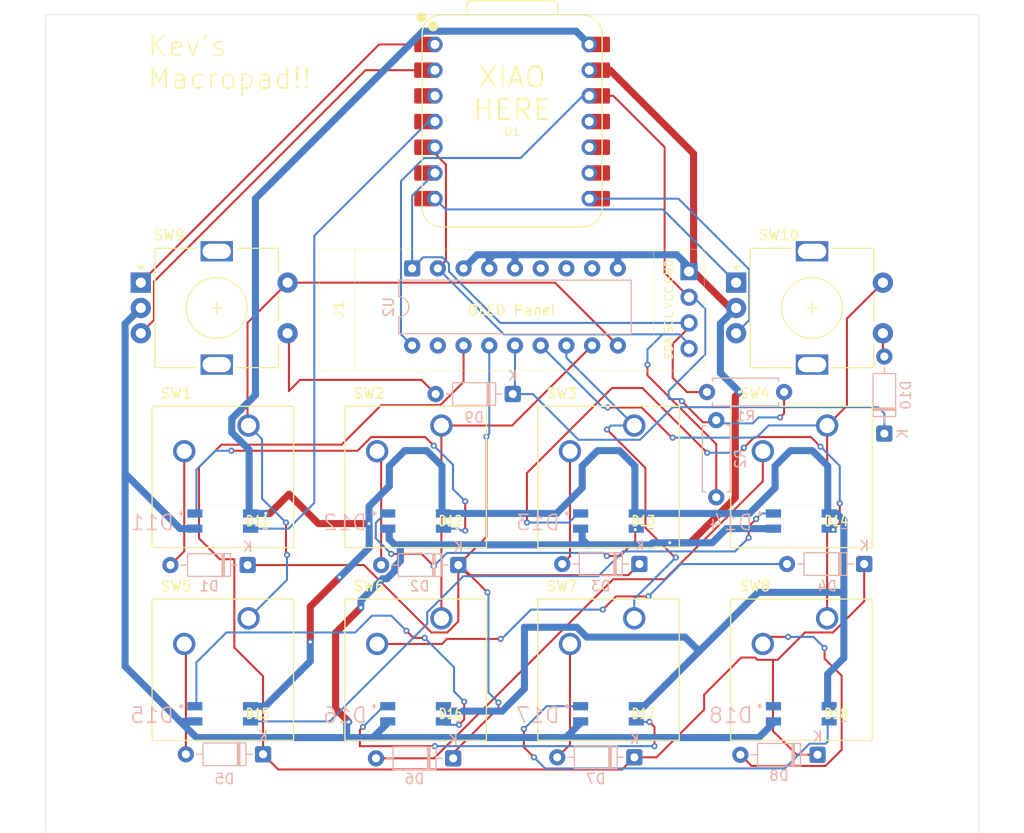
<source format=kicad_pcb>
(kicad_pcb (version 20241229) (generator "pcbnew") (generator_version "9.0")
  (layers (0 "F.Cu" signal) (2 "B.Cu" signal) (13 "F.Paste" user) (15 "B.Paste" user) (5 "F.SilkS" user "F.Silkscreen") (7 "B.SilkS" user "B.Silkscreen") (1 "F.Mask" user) (3 "B.Mask" user) (25 "Edge.Cuts" user))
  (net 0 "")
  (net 1 "Net-(D1-A)")
  (net 2 "Row 1")
  (net 3 "Net-(D2-A)")
  (net 4 "Net-(D3-A)")
  (net 5 "Net-(D4-A)")
  (net 6 "Row 2")
  (net 7 "Net-(D5-A)")
  (net 8 "Net-(D6-A)")
  (net 9 "Net-(D7-A)")
  (net 10 "Row 3")
  (net 11 "Net-(D8-A)")
  (net 12 "Net-(D9-A)")
  (net 13 "Net-(D10-A)")
  (net 14 "GND")
  (net 15 "/LED-IN")
  (net 16 "Net-(D11-DOUT)")
  (net 17 "+5V")
  (net 18 "Net-(D12-DOUT)")
  (net 19 "Net-(D13-DOUT)")
  (net 20 "/D14-15")
  (net 21 "Net-(D15-DOUT)")
  (net 22 "Net-(D16-DOUT)")
  (net 23 "Net-(D17-DOUT)")
  (net 24 "/D18-19")
  (net 25 "Net-(J1-Pin_3)")
  (net 26 "Net-(J1-Pin_4)")
  (net 27 "Net-(J1-Pin_2)")
  (net 28 "Col 1")
  (net 29 "Col 2")
  (net 30 "Col 3")
  (net 31 "/Enc1-A")
  (net 32 "/Enc1-B")
  (net 33 "/Enc2-A")
  (net 34 "/Enc2-B")
  (net 43 "Col 4")
  (footprint "MountingHole:MountingHole_3.2mm_M3" (layer "F.Cu") (at 73.035 98)
    (property "Reference" "REF**" (hide yes))
    (property "Value" "MountingHole_3.2mm_M3")
  )
  (footprint "Rotary_Encoder:RotaryEncoder_Alps_EC11E-Switch_Vertical_H20mm" (layer "F.Cu") (at 77.46 48.59)
    (property "Reference" "SW9")
    (property "Value" "RotaryEncoder_Switch")
  )
  (footprint "Button_Switch_Keyboard:SW_Cherry_MX_1.00u_PCB" (layer "F.Cu") (at 126.2 62.71)
    (property "Reference" "SW3")
    (property "Value" "SW_Push")
  )
  (footprint "Button_Switch_Keyboard:SW_Cherry_MX_1.00u_PCB" (layer "F.Cu") (at 107.15 62.71)
    (property "Reference" "SW2")
    (property "Value" "SW_Push")
  )
  (footprint "MountingHole:MountingHole_3.2mm_M3" (layer "F.Cu") (at 155.235 27.1)
    (property "Reference" "REF**" (hide yes))
    (property "Value" "MountingHole_3.2mm_M3")
  )
  (footprint "Button_Switch_Keyboard:SW_Cherry_MX_1.00u_PCB" (layer "F.Cu") (at 88.1 81.76)
    (property "Reference" "SW5")
    (property "Value" "SW_Push")
  )
  (footprint "Rotary_Encoder:RotaryEncoder_Alps_EC11E-Switch_Vertical_H20mm" (layer "F.Cu") (at 136.26 48.59)
    (property "Reference" "SW10")
    (property "Value" "RotaryEncoder_Switch")
  )
  (footprint "Button_Switch_Keyboard:SW_Cherry_MX_1.00u_PCB" (layer "F.Cu") (at 145.25 62.71)
    (property "Reference" "SW4")
    (property "Value" "SW_Push")
  )
  (footprint "Button_Switch_Keyboard:SW_Cherry_MX_1.00u_PCB" (layer "F.Cu") (at 107.15 81.76)
    (property "Reference" "SW6")
    (property "Value" "SW_Push")
  )
  (footprint "MountingHole:MountingHole_3.2mm_M3" (layer "F.Cu") (at 155.235 98)
    (property "Reference" "REF**" (hide yes))
    (property "Value" "MountingHole_3.2mm_M3")
  )
  (footprint "OLED:SSD1306-0.91-OLED-4pin-128x32" (layer "F.Cu") (at 95.11 45.3)
    (property "Reference" "J1")
    (property "Value" "OLED")
  )
  (footprint "Button_Switch_Keyboard:SW_Cherry_MX_1.00u_PCB" (layer "F.Cu") (at 145.25 81.76)
    (property "Reference" "SW8")
    (property "Value" "SW_Push")
  )
  (footprint "Button_Switch_Keyboard:SW_Cherry_MX_1.00u_PCB" (layer "F.Cu") (at 88.1 62.71)
    (property "Reference" "SW1")
    (property "Value" "SW_Push")
  )
  (footprint "MountingHole:MountingHole_3.2mm_M3" (layer "F.Cu") (at 73.035 27.1)
    (property "Reference" "REF**" (hide yes))
    (property "Value" "MountingHole_3.2mm_M3")
  )
  (footprint "Button_Switch_Keyboard:SW_Cherry_MX_1.00u_PCB" (layer "F.Cu") (at 126.2 81.76)
    (property "Reference" "SW7")
    (property "Value" "SW_Push")
  )
  (footprint "OPL:XIAO-RP2040-DIP" (layer "F.Cu") (at 114.135 32.6685)
    (property "Reference" "U1")
    (property "Value" "XIAO-RP2040-DIP")
  )
  (footprint "Package_DIP:DIP-18_W7.62mm" (layer "B.Cu") (at 104.26 47.18 -90)
    (property "Reference" "U2")
    (property "Value" "MCP23008-xP")
  )
  (footprint "SK6812-E:LED_SK6812-E" (layer "B.Cu") (at 104.6 72.15 180)
    (property "Reference" "D12")
    (property "Value" "SK6812MINI")
    (fp_line (start 1.8 1.6) (end 1.8 -1.6) (stroke (width 0.01)) (layer "Edge.Cuts"))
    (fp_line (start 1.8 -1.6) (end -1.8 -1.6) (stroke (width 0.01)) (layer "Edge.Cuts"))
    (fp_line (start -1.8 1.6) (end 1.8 1.6) (stroke (width 0.01)) (layer "Edge.Cuts"))
    (fp_line (start -1.8 -1.6) (end -1.8 1.6) (stroke (width 0.01)) (layer "Edge.Cuts"))
  )
  (footprint "Diode_THT:D_DO-35_SOD27_P7.62mm_Horizontal" (layer "B.Cu") (at 126.21 95.5 180)
    (property "Reference" "D7")
    (property "Value" "1N4148")
  )
  (footprint "Resistor_THT:R_Axial_DIN0207_L6.3mm_D2.5mm_P7.62mm_Horizontal" (layer "B.Cu") (at 134.3 69.8 90)
    (property "Reference" "R2")
    (property "Value" "R")
  )
  (footprint "Diode_THT:D_DO-35_SOD27_P7.62mm_Horizontal" (layer "B.Cu") (at 150.9 63.51 90)
    (property "Reference" "D10")
    (property "Value" "1N4148")
  )
  (footprint "Diode_THT:D_DO-35_SOD27_P7.62mm_Horizontal" (layer "B.Cu") (at 89.535 95.2 180)
    (property "Reference" "D5")
    (property "Value" "1N4148")
  )
  (footprint "Diode_THT:D_DO-35_SOD27_P7.62mm_Horizontal" (layer "B.Cu") (at 108.82 76.5 180)
    (property "Reference" "D2")
    (property "Value" "1N4148")
  )
  (footprint "Diode_THT:D_DO-35_SOD27_P7.62mm_Horizontal" (layer "B.Cu") (at 88.01 76.5 180)
    (property "Reference" "D1")
    (property "Value" "1N4148")
  )
  (footprint "SK6812-E:LED_SK6812-E" (layer "B.Cu") (at 85.55 72.15 180)
    (property "Reference" "D11")
    (property "Value" "SK6812MINI")
    (fp_line (start 1.8 1.6) (end 1.8 -1.6) (stroke (width 0.01)) (layer "Edge.Cuts"))
    (fp_line (start 1.8 -1.6) (end -1.8 -1.6) (stroke (width 0.01)) (layer "Edge.Cuts"))
    (fp_line (start -1.8 1.6) (end 1.8 1.6) (stroke (width 0.01)) (layer "Edge.Cuts"))
    (fp_line (start -1.8 -1.6) (end -1.8 1.6) (stroke (width 0.01)) (layer "Edge.Cuts"))
  )
  (footprint "Diode_THT:D_DO-35_SOD27_P7.62mm_Horizontal" (layer "B.Cu") (at 126.71 76.4 180)
    (property "Reference" "D3")
    (property "Value" "1N4148")
  )
  (footprint "Diode_THT:D_DO-35_SOD27_P7.62mm_Horizontal" (layer "B.Cu") (at 148.91 76.4 180)
    (property "Reference" "D4")
    (property "Value" "1N4148")
  )
  (footprint "SK6812-E:LED_SK6812-E" (layer "B.Cu") (at 123.65 72.15 180)
    (property "Reference" "D13")
    (property "Value" "SK6812MINI")
    (fp_line (start 1.8 1.6) (end 1.8 -1.6) (stroke (width 0.01)) (layer "Edge.Cuts"))
    (fp_line (start 1.8 -1.6) (end -1.8 -1.6) (stroke (width 0.01)) (layer "Edge.Cuts"))
    (fp_line (start -1.8 1.6) (end 1.8 1.6) (stroke (width 0.01)) (layer "Edge.Cuts"))
    (fp_line (start -1.8 -1.6) (end -1.8 1.6) (stroke (width 0.01)) (layer "Edge.Cuts"))
  )
  (footprint "Diode_THT:D_DO-35_SOD27_P7.62mm_Horizontal" (layer "B.Cu") (at 114.2 59.6 180)
    (property "Reference" "D9")
    (property "Value" "1N4148")
  )
  (footprint "Diode_THT:D_DO-35_SOD27_P7.62mm_Horizontal" (layer "B.Cu") (at 144.30375 95.25 180)
    (property "Reference" "D8")
    (property "Value" "1N4148")
  )
  (footprint "Diode_THT:D_DO-35_SOD27_P7.62mm_Horizontal" (layer "B.Cu") (at 108.31 95.6 180)
    (property "Reference" "D6")
    (property "Value" "1N4148")
  )
  (footprint "SK6812-E:LED_SK6812-E" (layer "B.Cu") (at 123.65 91.2 180)
    (property "Reference" "D17")
    (property "Value" "SK6812MINI")
    (fp_line (start 1.8 1.6) (end 1.8 -1.6) (stroke (width 0.01)) (layer "Edge.Cuts"))
    (fp_line (start 1.8 -1.6) (end -1.8 -1.6) (stroke (width 0.01)) (layer "Edge.Cuts"))
    (fp_line (start -1.8 1.6) (end 1.8 1.6) (stroke (width 0.01)) (layer "Edge.Cuts"))
    (fp_line (start -1.8 -1.6) (end -1.8 1.6) (stroke (width 0.01)) (layer "Edge.Cuts"))
  )
  (footprint "Resistor_THT:R_Axial_DIN0207_L6.3mm_D2.5mm_P7.62mm_Horizontal" (layer "B.Cu") (at 133.38 59.4)
    (property "Reference" "R1")
    (property "Value" "R")
  )
  (footprint "SK6812-E:LED_SK6812-E" (layer "B.Cu") (at 142.7 91.2 180)
    (property "Reference" "D18")
    (property "Value" "SK6812MINI")
    (fp_line (start 1.8 1.6) (end 1.8 -1.6) (stroke (width 0.01)) (layer "Edge.Cuts"))
    (fp_line (start 1.8 -1.6) (end -1.8 -1.6) (stroke (width 0.01)) (layer "Edge.Cuts"))
    (fp_line (start -1.8 1.6) (end 1.8 1.6) (stroke (width 0.01)) (layer "Edge.Cuts"))
    (fp_line (start -1.8 -1.6) (end -1.8 1.6) (stroke (width 0.01)) (layer "Edge.Cuts"))
  )
  (footprint "SK6812-E:LED_SK6812-E" (layer "B.Cu") (at 142.7 72.15 180)
    (property "Reference" "D14")
    (property "Value" "SK6812MINI")
    (fp_line (start 1.8 1.6) (end 1.8 -1.6) (stroke (width 0.01)) (layer "Edge.Cuts"))
    (fp_line (start 1.8 -1.6) (end -1.8 -1.6) (stroke (width 0.01)) (layer "Edge.Cuts"))
    (fp_line (start -1.8 1.6) (end 1.8 1.6) (stroke (width 0.01)) (layer "Edge.Cuts"))
    (fp_line (start -1.8 -1.6) (end -1.8 1.6) (stroke (width 0.01)) (layer "Edge.Cuts"))
  )
  (footprint "SK6812-E:LED_SK6812-E" (layer "B.Cu") (at 85.55 91.2 180)
    (property "Reference" "D15")
    (property "Value" "SK6812MINI")
    (fp_line (start 1.8 1.6) (end 1.8 -1.6) (stroke (width 0.01)) (layer "Edge.Cuts"))
    (fp_line (start 1.8 -1.6) (end -1.8 -1.6) (stroke (width 0.01)) (layer "Edge.Cuts"))
    (fp_line (start -1.8 1.6) (end 1.8 1.6) (stroke (width 0.01)) (layer "Edge.Cuts"))
    (fp_line (start -1.8 -1.6) (end -1.8 1.6) (stroke (width 0.01)) (layer "Edge.Cuts"))
  )
  (footprint "SK6812-E:LED_SK6812-E" (layer "B.Cu") (at 104.6 91.2 180)
    (property "Reference" "D16")
    (property "Value" "SK6812MINI")
    (fp_line (start 1.8 1.6) (end 1.8 -1.6) (stroke (width 0.01)) (layer "Edge.Cuts"))
    (fp_line (start 1.8 -1.6) (end -1.8 -1.6) (stroke (width 0.01)) (layer "Edge.Cuts"))
    (fp_line (start -1.8 1.6) (end 1.8 1.6) (stroke (width 0.01)) (layer "Edge.Cuts"))
    (fp_line (start -1.8 -1.6) (end -1.8 1.6) (stroke (width 0.01)) (layer "Edge.Cuts"))
  )
  (gr_rect (start 68.035 22.1) (end 160.235 103) (stroke (width 0.05)) (fill no) (layer "Edge.Cuts"))
  (gr_text "D14" (at 146.15 72.15 0) (layer "F.SilkS") (effects (font (size 1 0.8))))
  (gr_text "D11" (at 89 72.15 0) (layer "F.SilkS") (effects (font (size 1 0.8))))
  (gr_text "D12" (at 108.05 72.15 0) (layer "F.SilkS") (effects (font (size 1 0.8))))
  (gr_text "D18" (at 146.15 91.2 0) (layer "F.SilkS") (effects (font (size 1 0.8))))
  (gr_text "XIAO\nHERE" (at 114.135 32.6685 0) (layer "F.SilkS") (effects (font (size 2 2) (thickness 0.2)) (justify bottom)))
  (gr_text "D16" (at 108.05 91.2 0) (layer "F.SilkS") (effects (font (size 1 0.8))))
  (gr_text "D13" (at 127.1 72.15 0) (layer "F.SilkS") (effects (font (size 1 0.8))))
  (gr_text "D17" (at 127.1 91.2 0) (layer "F.SilkS") (effects (font (size 1 0.8))))
  (gr_text "D15" (at 89 91.2 0) (layer "F.SilkS") (effects (font (size 1 0.8))))
  (gr_text "Kev's\nMacropad!!" (at 78.035 29.6 0) (layer "F.SilkS") (effects (font (size 2 2)) (justify left bottom)))
  (segment (start 81.75 75.14) (end 80.39 76.5) (width 0.2) (layer "F.Cu") (net 1))
  (segment (start 81.75 65.25) (end 81.75 75.14) (width 0.2) (layer "F.Cu") (net 1))
  (segment (start 150.29 60.9) (end 129.991314 60.9) (width 0.2) (layer "B.Cu") (net 2))
  (segment (start 120.692314 64.111) (end 116.181314 59.6) (width 0.2) (layer "B.Cu") (net 2))
  (segment (start 150.9 61.51) (end 150.29 60.9) (width 0.2) (layer "B.Cu") (net 2))
  (segment (start 116.181314 59.6) (end 114.2 59.6) (width 0.2) (layer "B.Cu") (net 2))
  (segment (start 150.9 63.51) (end 150.9 61.51) (width 0.2) (layer "B.Cu") (net 2))
  (segment (start 114.42 54.8) (end 114.42 59.38) (width 0.2) (layer "B.Cu") (net 2))
  (segment (start 126.780314 64.111) (end 120.692314 64.111) (width 0.2) (layer "B.Cu") (net 2))
  (segment (start 114.42 59.38) (end 114.2 59.6) (width 0.2) (layer "B.Cu") (net 2))
  (segment (start 129.991314 60.9) (end 126.780314 64.111) (width 0.2) (layer "B.Cu") (net 2))
  (segment (start 101.2 65.65) (end 100.8 65.25) (width 0.2) (layer "F.Cu") (net 3))
  (segment (start 101.2 76.5) (end 101.2 65.65) (width 0.2) (layer "F.Cu") (net 3))
  (segment (start 119.85 65.25) (end 119.85 75.64) (width 0.2) (layer "F.Cu") (net 4))
  (segment (start 119.85 75.64) (end 119.09 76.4) (width 0.2) (layer "F.Cu") (net 4))
  (segment (start 107.2 84.3) (end 100.8 84.3) (width 0.2) (layer "F.Cu") (net 5))
  (segment (start 107.7 83.8) (end 107.2 84.3) (width 0.2) (layer "F.Cu") (net 5))
  (segment (start 124.4 79.6) (end 123.1 80.9) (width 0.2) (layer "F.Cu") (net 5))
  (segment (start 127.6 79.6) (end 124.4 79.6) (width 0.2) (layer "F.Cu") (net 5))
  (segment (start 113 83.8) (end 107.7 83.8) (width 0.2) (layer "F.Cu") (net 5))
  (via (at 127.6 79.6) (size 0.6) (drill 0.3) (layers "F.Cu" "B.Cu") (net 5))
  (via (at 123.1 80.9) (size 0.6) (drill 0.3) (layers "F.Cu" "B.Cu") (net 5))
  (via (at 113 83.8) (size 0.6) (drill 0.3) (layers "F.Cu" "B.Cu") (net 5))
  (segment (start 113.1 83.8) (end 116 80.9) (width 0.2) (layer "B.Cu") (net 5))
  (segment (start 130.8 76.4) (end 127.6 79.6) (width 0.2) (layer "B.Cu") (net 5))
  (segment (start 141.29 76.4) (end 130.8 76.4) (width 0.2) (layer "B.Cu") (net 5))
  (segment (start 123.1 80.9) (end 116 80.9) (width 0.2) (layer "B.Cu") (net 5))
  (segment (start 113.1 83.8) (end 113 83.8) (width 0.2) (layer "B.Cu") (net 5))
  (segment (start 111.7 79.2) (end 109 76.5) (width 0.2) (layer "F.Cu") (net 6))
  (segment (start 108.82 76.5) (end 109.821 77.501) (width 0.2) (layer "F.Cu") (net 6))
  (segment (start 88.01 76.5) (end 99.5 76.5) (width 0.2) (layer "F.Cu") (net 6))
  (segment (start 99.5 76.5) (end 106.161 83.161) (width 0.2) (layer "F.Cu") (net 6))
  (segment (start 109 76.5) (end 108.82 76.5) (width 0.2) (layer "F.Cu") (net 6))
  (segment (start 111.6 73.72) (end 111.6 63.8) (width 0.2) (layer "F.Cu") (net 6))
  (segment (start 125.609 77.501) (end 126.71 76.4) (width 0.2) (layer "F.Cu") (net 6))
  (segment (start 107.730314 83.161) (end 108.82 82.071314) (width 0.2) (layer "F.Cu") (net 6))
  (segment (start 112.786185 90.086185) (end 112.786185 90.613815) (width 0.2) (layer "F.Cu") (net 6))
  (segment (start 108.82 82.071314) (end 108.82 76.5) (width 0.2) (layer "F.Cu") (net 6))
  (segment (start 108.82 76.5) (end 111.6 73.72) (width 0.2) (layer "F.Cu") (net 6))
  (segment (start 106.161 83.161) (end 107.730314 83.161) (width 0.2) (layer "F.Cu") (net 6))
  (segment (start 109.821 77.501) (end 125.609 77.501) (width 0.2) (layer "F.Cu") (net 6))
  (segment (start 108.31 95.09) (end 108.31 95.6) (width 0.2) (layer "F.Cu") (net 6))
  (segment (start 112.786185 90.613815) (end 108.31 95.09) (width 0.2) (layer "F.Cu") (net 6))
  (via (at 111.6 63.8) (size 0.6) (drill 0.3) (layers "F.Cu" "B.Cu") (net 6))
  (via (at 111.7 79.2) (size 0.6) (drill 0.3) (layers "F.Cu" "B.Cu") (net 6))
  (via (at 112.786185 90.086185) (size 0.6) (drill 0.3) (layers "F.Cu" "B.Cu") (net 6))
  (segment (start 111.8 89.1) (end 111.8 79.3) (width 0.2) (layer "B.Cu") (net 6))
  (segment (start 111.88 54.8) (end 111.88 63.52) (width 0.2) (layer "B.Cu") (net 6))
  (segment (start 112.786185 90.086185) (end 111.8 89.1) (width 0.2) (layer "B.Cu") (net 6))
  (segment (start 111.8 79.3) (end 111.7 79.2) (width 0.2) (layer "B.Cu") (net 6))
  (segment (start 111.88 63.52) (end 111.6 63.8) (width 0.2) (layer "B.Cu") (net 6))
  (segment (start 81.915 84.465) (end 81.75 84.3) (width 0.2) (layer "F.Cu") (net 7))
  (segment (start 81.915 95.2) (end 81.915 84.465) (width 0.2) (layer "F.Cu") (net 7))
  (segment (start 106.42384 95.6) (end 124.12184 77.902) (width 0.2) (layer "F.Cu") (net 8))
  (segment (start 124.12184 77.902) (end 129.21647 77.902) (width 0.2) (layer "F.Cu") (net 8))
  (segment (start 129.21647 77.902) (end 138.9 68.21847) (width 0.2) (layer "F.Cu") (net 8))
  (segment (start 138.9 68.21847) (end 138.9 65.25) (width 0.2) (layer "F.Cu") (net 8))
  (segment (start 100.69 95.6) (end 106.42384 95.6) (width 0.2) (layer "F.Cu") (net 8))
  (segment (start 119.85 84.3) (end 119.85 94.24) (width 0.2) (layer "F.Cu") (net 9))
  (segment (start 119.85 94.24) (end 118.59 95.5) (width 0.2) (layer "F.Cu") (net 9))
  (segment (start 148.91 80.081314) (end 148.91 76.4) (width 0.2) (layer "F.Cu") (net 10))
  (segment (start 125.009 96.701) (end 126.21 95.5) (width 0.2) (layer "F.Cu") (net 10))
  (segment (start 91.036 96.701) (end 125.009 96.701) (width 0.2) (layer "F.Cu") (net 10))
  (segment (start 133.1 89.31) (end 136.771 85.639) (width 0.2) (layer "F.Cu") (net 10))
  (segment (start 85.426184 64.599) (end 97.302 64.599) (width 0.2) (layer "F.Cu") (net 10))
  (segment (start 89.535 95.2) (end 91.036 96.701) (width 0.2) (layer "F.Cu") (net 10))
  (segment (start 139.9 92.9) (end 139.9 85.866184) (width 0.2) (layer "F.Cu") (net 10))
  (segment (start 97.302 64.599) (end 101.2 60.701) (width 0.2) (layer "F.Cu") (net 10))
  (segment (start 101.2 60.701) (end 107.03605 60.701) (width 0.2) (layer "F.Cu") (net 10))
  (segment (start 109.34 58.39705) (end 109.34 54.8) (width 0.2) (layer "F.Cu") (net 10))
  (segment (start 85.274898 75.92484) (end 83.209 73.858942) (width 0.2) (layer "F.Cu") (net 10))
  (segment (start 128.4 95.5) (end 133.1 90.8) (width 0.2) (layer "F.Cu") (net 10))
  (segment (start 139.9 85.866184) (end 140.359 85.866184) (width 0.2) (layer "F.Cu") (net 10))
  (segment (start 133.1 90.8) (end 133.1 89.31) (width 0.2) (layer "F.Cu") (net 10))
  (segment (start 144.30375 95.25) (end 142.25 95.25) (width 0.2) (layer "F.Cu") (net 10))
  (segment (start 140.359 85.866184) (end 143.064184 83.161) (width 0.2) (layer "F.Cu") (net 10))
  (segment (start 107.03605 60.701) (end 109.34 58.39705) (width 0.2) (layer "F.Cu") (net 10))
  (segment (start 145.830314 83.161) (end 148.91 80.081314) (width 0.2) (layer "F.Cu") (net 10))
  (segment (start 138.366184 85.866184) (end 139.9 85.866184) (width 0.2) (layer "F.Cu") (net 10))
  (segment (start 89.535 95.2) (end 89.535 87.490184) (width 0.2) (layer "F.Cu") (net 10))
  (segment (start 83.209 66.816184) (end 85.426184 64.599) (width 0.2) (layer "F.Cu") (net 10))
  (segment (start 138.139 85.639) (end 138.366184 85.866184) (width 0.2) (layer "F.Cu") (net 10))
  (segment (start 89.535 87.490184) (end 86.699 84.654184) (width 0.2) (layer "F.Cu") (net 10))
  (segment (start 86.699 84.654184) (end 86.699 75.92484) (width 0.2) (layer "F.Cu") (net 10))
  (segment (start 126.21 95.5) (end 128.4 95.5) (width 0.2) (layer "F.Cu") (net 10))
  (segment (start 142.25 95.25) (end 139.9 92.9) (width 0.2) (layer "F.Cu") (net 10))
  (segment (start 83.209 73.858942) (end 83.209 66.816184) (width 0.2) (layer "F.Cu") (net 10))
  (segment (start 143.064184 83.161) (end 145.830314 83.161) (width 0.2) (layer "F.Cu") (net 10))
  (segment (start 86.699 75.92484) (end 85.274898 75.92484) (width 0.2) (layer "F.Cu") (net 10))
  (segment (start 136.771 85.639) (end 138.139 85.639) (width 0.2) (layer "F.Cu") (net 10))
  (segment (start 138.9 84.3) (end 138.8 84.4) (width 0.2) (layer "F.Cu") (net 11))
  (segment (start 145.08891 96.351) (end 146.685 94.75491) (width 0.2) (layer "F.Cu") (net 11))
  (segment (start 137.78475 96.351) (end 145.08891 96.351) (width 0.2) (layer "F.Cu") (net 11))
  (segment (start 136.68375 95.25) (end 137.78475 96.351) (width 0.2) (layer "F.Cu") (net 11))
  (segment (start 138.8 84.4) (end 139.6 83.6) (width 0.2) (layer "F.Cu") (net 11))
  (segment (start 145 85.74847) (end 146.685 87.43347) (width 0.2) (layer "F.Cu") (net 11))
  (segment (start 145 84.7) (end 145 85.74847) (width 0.2) (layer "F.Cu") (net 11))
  (segment (start 146.685 94.75491) (end 146.685 87.43347) (width 0.2) (layer "F.Cu") (net 11))
  (segment (start 139.6 83.6) (end 141.4 83.6) (width 0.2) (layer "F.Cu") (net 11))
  (via (at 141.4 83.6) (size 0.6) (drill 0.3) (layers "F.Cu" "B.Cu") (net 11))
  (via (at 145 84.7) (size 0.6) (drill 0.3) (layers "F.Cu" "B.Cu") (net 11))
  (segment (start 143.9 83.6) (end 145 84.7) (width 0.2) (layer "B.Cu") (net 11))
  (segment (start 141.4 83.6) (end 143.9 83.6) (width 0.2) (layer "B.Cu") (net 11))
  (segment (start 93.191 58.199) (end 105.179 58.199) (width 0.2) (layer "F.Cu") (net 12))
  (segment (start 92.09 59.3) (end 92.09 53.72) (width 0.2) (layer "F.Cu") (net 12))
  (segment (start 92.09 59.3) (end 93.191 58.199) (width 0.2) (layer "F.Cu") (net 12))
  (segment (start 92.09 53.72) (end 91.96 53.59) (width 0.2) (layer "F.Cu") (net 12))
  (segment (start 105.179 58.199) (end 106.58 59.6) (width 0.2) (layer "F.Cu") (net 12))
  (segment (start 150.9 55.89) (end 150.81 55.89) (width 0.2) (layer "F.Cu") (net 13))
  (segment (start 150.8 55.9) (end 150.76 55.86) (width 0.2) (layer "F.Cu") (net 13))
  (segment (start 150.81 55.89) (end 150.8 55.9) (width 0.2) (layer "F.Cu") (net 13))
  (segment (start 150.76 55.86) (end 150.76 53.59) (width 0.2) (layer "F.Cu") (net 13))
  (segment (start 132.06 47.49) (end 135.66 51.09) (width 0.7) (layer "F.Cu") (net 14))
  (segment (start 96.7 83.2) (end 96.7 90.7) (width 0.7) (layer "F.Cu") (net 14))
  (segment (start 135.66 51.09) (end 136.26 51.09) (width 0.7) (layer "F.Cu") (net 14))
  (segment (start 132.06 35.8425) (end 123.806 27.5885) (width 0.7) (layer "F.Cu") (net 14))
  (segment (start 99.2 80.7) (end 96.7 83.2) (width 0.7) (layer "F.Cu") (net 14))
  (segment (start 129.7 74.3) (end 131.725603 74.3) (width 0.7) (layer "F.Cu") (net 14))
  (segment (start 136.179 59.821) (end 136.6 59.4) (width 0.7) (layer "F.Cu") (net 14))
  (segment (start 136.179 69.846603) (end 136.179 59.821) (width 0.7) (layer "F.Cu") (net 14))
  (segment (start 123.806 27.5885) (end 122.59 27.5885) (width 0.7) (layer "F.Cu") (net 14))
  (segment (start 131.725603 74.3) (end 136.179 69.846603) (width 0.7) (layer "F.Cu") (net 14))
  (segment (start 96.7 90.7) (end 98 92) (width 0.7) (layer "F.Cu") (net 14))
  (segment (start 132.06 47.49) (end 132.06 35.8425) (width 0.7) (layer "F.Cu") (net 14))
  (via (at 136.6 59.4) (size 0.6) (drill 0.3) (layers "F.Cu" "B.Cu") (net 14))
  (via (at 98 92) (size 0.6) (drill 0.3) (layers "F.Cu" "B.Cu") (net 14))
  (via (at 129.7 74.3) (size 0.6) (drill 0.3) (layers "F.Cu" "B.Cu") (net 14))
  (via (at 99.2 80.7) (size 0.6) (drill 0.3) (layers "F.Cu" "B.Cu") (net 14))
  (segment (start 138.499 93.551) (end 119.449 93.551) (width 0.7) (layer "B.Cu") (net 14))
  (segment (start 77.46 51.09) (end 75.909 52.641) (width 0.7) (layer "B.Cu") (net 14))
  (segment (start 99.2 80.7) (end 99.2 80) (width 0.7) (layer "B.Cu") (net 14))
  (segment (start 81.35 91.95) (end 75.909 86.509) (width 0.7) (layer "B.Cu") (net 14))
  (segment (start 75.909 86.509) (end 75.909 67.459) (width 0.7) (layer "B.Cu") (net 14))
  (segment (start 109.34 47.18) (end 110.691 45.829) (width 0.7) (layer "B.Cu") (net 14))
  (segment (start 81.35 72.9) (end 82.95 72.9) (width 0.7) (layer "B.Cu") (net 14))
  (segment (start 102 73.953496) (end 102 72.9) (width 0.7) (layer "B.Cu") (net 14))
  (segment (start 75.909 67.459) (end 81.35 72.9) (width 0.7) (layer "B.Cu") (net 14))
  (segment (start 101.349 77.851) (end 101.759603 77.851) (width 0.7) (layer "B.Cu") (net 14))
  (segment (start 124.58 45.949) (end 124.7 45.829) (width 0.7) (layer "B.Cu") (net 14))
  (segment (start 124.7 45.829) (end 130.399 45.829) (width 0.7) (layer "B.Cu") (net 14))
  (segment (start 121.597504 74.501) (end 121.05 73.953496) (width 0.7) (layer "B.Cu") (net 14))
  (segment (start 136.26 51.09) (end 134.709 52.641) (width 0.7) (layer "B.Cu") (net 14))
  (segment (start 111.88 46.249) (end 112.3 45.829) (width 0.7) (layer "B.Cu") (net 14))
  (segment (start 75.909 52.641) (end 75.909 67.459) (width 0.7) (layer "B.Cu") (net 14))
  (segment (start 82.95 91.95) (end 81.35 91.95) (width 0.7) (layer "B.Cu") (net 14))
  (segment (start 102 91.95) (end 100.399 93.551) (width 0.7) (layer "B.Cu") (net 14))
  (segment (start 110.691 45.829) (end 112.3 45.829) (width 0.7) (layer "B.Cu") (net 14))
  (segment (start 102.551 76.649) (end 103.1 76.1) (width 0.7) (layer "B.Cu") (net 14))
  (segment (start 124.58 47.18) (end 124.58 45.949) (width 0.7) (layer "B.Cu") (net 14))
  (segment (start 129.7 74.3) (end 133.9 74.3) (width 0.7) (layer "B.Cu") (net 14))
  (segment (start 101.759603 77.851) (end 102.551 77.059603) (width 0.7) (layer "B.Cu") (net 14))
  (segment (start 128 74.3) (end 127.799 74.501) (width 0.7) (layer "B.Cu") (net 14))
  (segment (start 99.2 80) (end 101.349 77.851) (width 0.7) (layer "B.Cu") (net 14))
  (segment (start 119.449 93.551) (end 100.399 93.551) (width 0.7) (layer "B.Cu") (net 14))
  (segment (start 114.3 45.829) (end 124.7 45.829) (width 0.7) (layer "B.Cu") (net 14))
  (segment (start 140.1 91.95) (end 138.499 93.551) (width 0.7) (layer "B.Cu") (net 14))
  (segment (start 133.9 74.3) (end 135.3 72.9) (width 0.7) (layer "B.Cu") (net 14))
  (segment (start 102.547504 74.501) (end 102 73.953496) (width 0.7) (layer "B.Cu") (net 14))
  (segment (start 103.1 76.1) (end 103.1 74.501) (width 0.7) (layer "B.Cu") (net 14))
  (segment (start 114.42 47.18) (end 114.42 45.949) (width 0.7) (layer "B.Cu") (net 14))
  (segment (start 129.7 74.3) (end 128 74.3) (width 0.7) (layer "B.Cu") (net 14))
  (segment (start 121.05 91.95) (end 119.449 93.551) (width 0.7) (layer "B.Cu") (net 14))
  (segment (start 97.8 93.551) (end 82.951 93.551) (width 0.7) (layer "B.Cu") (net 14))
  (segment (start 135.3 72.9) (end 140.1 72.9) (width 0.7) (layer "B.Cu") (net 14))
  (segment (start 121.597504 74.501) (end 103.1 74.501) (width 0.7) (layer "B.Cu") (net 14))
  (segment (start 134.709 52.641) (end 134.709 57.509) (width 0.7) (layer "B.Cu") (net 14))
  (segment (start 130.399 45.829) (end 132.06 47.49) (width 0.7) (layer "B.Cu") (net 14))
  (segment (start 82.951 93.551) (end 81.35 91.95) (width 0.7) (layer "B.Cu") (net 14))
  (segment (start 100.399 93.551) (end 97.8 93.551) (width 0.7) (layer "B.Cu") (net 14))
  (segment (start 121.05 73.953496) (end 121.05 72.9) (width 0.7) (layer "B.Cu") (net 14))
  (segment (start 134.709 57.509) (end 136.6 59.4) (width 0.7) (layer "B.Cu") (net 14))
  (segment (start 102.551 77.059603) (end 102.551 76.649) (width 0.7) (layer "B.Cu") (net 14))
  (segment (start 114.42 45.949) (end 114.3 45.829) (width 0.7) (layer "B.Cu") (net 14))
  (segment (start 127.799 74.501) (end 121.597504 74.501) (width 0.7) (layer "B.Cu") (net 14))
  (segment (start 103.1 74.501) (end 102.547504 74.501) (width 0.7) (layer "B.Cu") (net 14))
  (segment (start 98 92) (end 97.8 92.2) (width 0.7) (layer "B.Cu") (net 14))
  (segment (start 111.88 47.18) (end 111.88 46.249) (width 0.7) (layer "B.Cu") (net 14))
  (segment (start 97.8 92.2) (end 97.8 93.551) (width 0.7) (layer "B.Cu") (net 14))
  (segment (start 112.3 45.829) (end 114.3 45.829) (width 0.7) (layer "B.Cu") (net 14))
  (segment (start 94.6 70.349943) (end 92.049943 72.9) (width 0.2) (layer "B.Cu") (net 15))
  (segment (start 105.88 32.6685) (end 94.6 43.9485) (width 0.2) (layer "B.Cu") (net 15))
  (segment (start 94.6 43.9485) (end 94.6 70.349943) (width 0.2) (layer "B.Cu") (net 15))
  (segment (start 92.049943 72.9) (end 88.15 72.9) (width 0.2) (layer "B.Cu") (net 15))
  (segment (start 100.219686 63.849) (end 105.549452 63.849) (width 0.2) (layer "F.Cu") (net 16))
  (segment (start 109.5 70.2) (end 109.5 73.1) (width 0.2) (layer "F.Cu") (net 16))
  (segment (start 86.4 65.2) (end 98.868686 65.2) (width 0.2) (layer "F.Cu") (net 16))
  (segment (start 105.549452 63.849) (end 106.400226 64.699774) (width 0.2) (layer "F.Cu") (net 16))
  (segment (start 98.868686 65.2) (end 100.219686 63.849) (width 0.2) (layer "F.Cu") (net 16))
  (via (at 109.5 73.1) (size 0.6) (drill 0.3) (layers "F.Cu" "B.Cu") (net 16))
  (via (at 106.400226 64.699774) (size 0.6) (drill 0.3) (layers "F.Cu" "B.Cu") (net 16))
  (via (at 86.4 65.2) (size 0.6) (drill 0.3) (layers "F.Cu" "B.Cu") (net 16))
  (via (at 109.5 70.2) (size 0.6) (drill 0.3) (layers "F.Cu" "B.Cu") (net 16))
  (segment (start 108.9 72.9) (end 107.2 72.9) (width 0.2) (layer "B.Cu") (net 16))
  (segment (start 108.298244 66.597792) (end 108.298244 68.998244) (width 0.2) (layer "B.Cu") (net 16))
  (segment (start 109.1 73.1) (end 108.9 72.9) (width 0.2) (layer "B.Cu") (net 16))
  (segment (start 82.95 67.075184) (end 84.825184 65.2) (width 0.2) (layer "B.Cu") (net 16))
  (segment (start 84.825184 65.2) (end 86.4 65.2) (width 0.2) (layer "B.Cu") (net 16))
  (segment (start 108.298244 68.998244) (end 109.5 70.2) (width 0.2) (layer "B.Cu") (net 16))
  (segment (start 106.400226 64.699774) (end 108.298244 66.597792) (width 0.2) (layer "B.Cu") (net 16))
  (segment (start 82.95 71.4) (end 82.95 67.075184) (width 0.2) (layer "B.Cu") (net 16))
  (segment (start 109.5 73.1) (end 109.1 73.1) (width 0.2) (layer "B.Cu") (net 16))
  (segment (start 92.1 69.5) (end 95 72.4) (width 0.7) (layer "F.Cu") (net 17))
  (segment (start 90.2 71.4) (end 92.1 69.5) (width 0.7) (layer "F.Cu") (net 17))
  (segment (start 94.2 84.1) (end 94.2 80.6) (width 0.7) (layer "F.Cu") (net 17))
  (segment (start 94.2 80.6) (end 97.1 77.7) (width 0.7) (layer "F.Cu") (net 17))
  (segment (start 89.8 71.4) (end 90.2 71.4) (width 0.7) (layer "F.Cu") (net 17))
  (segment (start 95 72.4) (end 100 72.4) (width 0.7) (layer "F.Cu") (net 17))
  (via (at 89.8 71.4) (size 0.6) (drill 0.3) (layers "F.Cu" "B.Cu") (net 17))
  (via (at 94.2 84.1) (size 0.6) (drill 0.3) (layers "F.Cu" "B.Cu") (net 17))
  (via (at 100 72.4) (size 0.6) (drill 0.3) (layers "F.Cu" "B.Cu") (net 17))
  (via (at 97.1 77.7) (size 0.6) (drill 0.3) (layers "F.Cu" "B.Cu") (net 17))
  (segment (start 140.109 68.867369) (end 140.109 66.712631) (width 0.7) (layer "B.Cu") (net 17))
  (segment (start 124.737369 65.189) (end 126.261 66.712631) (width 0.7) (layer "B.Cu") (net 17))
  (segment (start 138.432024 79.2) (end 132.616012 85.016012) (width 0.7) (layer "B.Cu") (net 17))
  (segment (start 146.901 72.089) (end 146.901 79.2) (width 0.7) (layer "B.Cu") (net 17))
  (segment (start 94.2 86) (end 94.2 84.1) (width 0.7) (layer "B.Cu") (net 17))
  (segment (start 120.442 23.7355) (end 121.755 25.0485) (width 0.7) (layer "B.Cu") (net 17))
  (segment (start 121.501 83.616133) (end 120.533867 82.649) (width 0.7) (layer "B.Cu") (net 17))
  (segment (start 132.616012 85.016012) (end 131.216133 83.616133) (width 0.7) (layer "B.Cu") (net 17))
  (segment (start 102.009 66.712631) (end 103.532631 65.189) (width 0.7) (layer "B.Cu") (net 17))
  (segment (start 122.582631 65.189) (end 124.737369 65.189) (width 0.7) (layer "B.Cu") (net 17))
  (segment (start 145.311 71.389) (end 145.3 71.4) (width 0.7) (layer "B.Cu") (net 17))
  (segment (start 100 70.7) (end 102.009 68.691) (width 0.7) (layer "B.Cu") (net 17))
  (segment (start 88.15 71.4) (end 89.8 71.4) (width 0.7) (layer "B.Cu") (net 17))
  (segment (start 107.211 71.389) (end 107.2 71.4) (width 0.7) (layer "B.Cu") (net 17))
  (segment (start 127.182024 90.45) (end 126.25 90.45) (width 0.7) (layer "B.Cu") (net 17))
  (segment (start 102.009 68.691) (end 102.009 66.712631) (width 0.7) (layer "B.Cu") (net 17))
  (segment (start 107.687185 90.937185) (end 107.2 90.45) (width 0.7) (layer "B.Cu") (net 17))
  (segment (start 145.3 87.277976) (end 145.3 90.45) (width 0.7) (layer "B.Cu") (net 17))
  (segment (start 88.783867 59.691266) (end 86.449 62.026133) (width 0.7) (layer "B.Cu") (net 17))
  (segment (start 126.261 71.389) (end 126.25 71.4) (width 0.7) (layer "B.Cu") (net 17))
  (segment (start 140.109 66.712631) (end 141.632631 65.189) (width 0.7) (layer "B.Cu") (net 17))
  (segment (start 120.533867 82.649) (end 115.354496 82.649) (width 0.7) (layer "B.Cu") (net 17))
  (segment (start 146.901 85.676976) (end 145.3 87.277976) (width 0.7) (layer "B.Cu") (net 17))
  (segment (start 88.783867 40.28777) (end 88.783867 59.691266) (width 0.7) (layer "B.Cu") (net 17))
  (segment (start 146.901 79.2) (end 138.432024 79.2) (width 0.7) (layer "B.Cu") (net 17))
  (segment (start 107.2 71.4) (end 118.526369 71.4) (width 0.7) (layer "B.Cu") (net 17))
  (segment (start 115.354496 82.649) (end 115.354496 88.72137) (width 0.7) (layer "B.Cu") (net 17))
  (segment (start 88.161 71.389) (end 88.15 71.4) (width 0.7) (layer "B.Cu") (net 17))
  (segment (start 146.212 71.4) (end 146.901 72.089) (width 0.7) (layer "B.Cu") (net 17))
  (segment (start 105.687369 65.189) (end 107.211 66.712631) (width 0.7) (layer "B.Cu") (net 17))
  (segment (start 137.576369 71.4) (end 140.109 68.867369) (width 0.7) (layer "B.Cu") (net 17))
  (segment (start 145.3 71.4) (end 146.212 71.4) (width 0.7) (layer "B.Cu") (net 17))
  (segment (start 100 72.4) (end 100 70.7) (width 0.7) (layer "B.Cu") (net 17))
  (segment (start 103.532631 65.189) (end 105.687369 65.189) (width 0.7) (layer "B.Cu") (net 17))
  (segment (start 126.25 71.4) (end 137.576369 71.4) (width 0.7) (layer "B.Cu") (net 17))
  (segment (start 141.632631 65.189) (end 143.787369 65.189) (width 0.7) (layer "B.Cu") (net 17))
  (segment (start 105.336137 23.7355) (end 120.442 23.7355) (width 0.7) (layer "B.Cu") (net 17))
  (segment (start 113.138681 90.937185) (end 107.687185 90.937185) (width 0.7) (layer "B.Cu") (net 17))
  (segment (start 131.216133 83.616133) (end 121.501 83.616133) (width 0.7) (layer "B.Cu") (net 17))
  (segment (start 107.211 66.712631) (end 107.211 71.389) (width 0.7) (layer "B.Cu") (net 17))
  (segment (start 118.526369 71.4) (end 121.059 68.867369) (width 0.7) (layer "B.Cu") (net 17))
  (segment (start 115.354496 88.72137) (end 113.138681 90.937185) (width 0.7) (layer "B.Cu") (net 17))
  (segment (start 88.15 90.45) (end 89.75 90.45) (width 0.7) (layer "B.Cu") (net 17))
  (segment (start 121.059 66.712631) (end 122.582631 65.189) (width 0.7) (layer "B.Cu") (net 17))
  (segment (start 126.261 66.712631) (end 126.261 71.389) (width 0.7) (layer "B.Cu") (net 17))
  (segment (start 86.449 62.026133) (end 86.449 63.393867) (width 0.7) (layer "B.Cu") (net 17))
  (segment (start 89.75 90.45) (end 94.2 86) (width 0.7) (layer "B.Cu") (net 17))
  (segment (start 132.616012 85.016012) (end 127.182024 90.45) (width 0.7) (layer "B.Cu") (net 17))
  (segment (start 100.019475 74.780525) (end 100.019475 72.5) (width 0.7) (layer "B.Cu") (net 17))
  (segment (start 88.161 65.105867) (end 88.161 71.389) (width 0.7) (layer "B.Cu") (net 17))
  (segment (start 146.901 79.2) (end 146.901 85.676976) (width 0.7) (layer "B.Cu") (net 17))
  (segment (start 86.449 63.393867) (end 88.161 65.105867) (width 0.7) (layer "B.Cu") (net 17))
  (segment (start 121.059 68.867369) (end 121.059 66.712631) (width 0.7) (layer "B.Cu") (net 17))
  (segment (start 145.311 66.712631) (end 145.311 71.389) (width 0.7) (layer "B.Cu") (net 17))
  (segment (start 97.1 77.7) (end 100.019475 74.780525) (width 0.7) (layer "B.Cu") (net 17))
  (segment (start 105.336137 23.7355) (end 88.783867 40.28777) (width 0.7) (layer "B.Cu") (net 17))
  (segment (start 143.787369 65.189) (end 145.311 66.712631) (width 0.7) (layer "B.Cu") (net 17))
  (segment (start 102.2 75.4) (end 105.2 75.4) (width 0.2) (layer "F.Cu") (net 18))
  (segment (start 124.8 75.6) (end 126.3 74.1) (width 0.2) (layer "F.Cu") (net 18))
  (segment (start 123.5 75.6) (end 124.8 75.6) (width 0.2) (layer "F.Cu") (net 18))
  (segment (start 105.2 75.4) (end 106.4 76.6) (width 0.2) (layer "F.Cu") (net 18))
  (segment (start 126.3 74.1) (end 126.3 73) (width 0.2) (layer "F.Cu") (net 18))
  (via (at 102.2 75.4) (size 0.6) (drill 0.3) (layers "F.Cu" "B.Cu") (net 18))
  (via (at 123.5 75.6) (size 0.6) (drill 0.3) (layers "F.Cu" "B.Cu") (net 18))
  (via (at 126.3 73) (size 0.6) (drill 0.3) (layers "F.Cu" "B.Cu") (net 18))
  (via (at 106.4 76.6) (size 0.6) (drill 0.3) (layers "F.Cu" "B.Cu") (net 18))
  (segment (start 107.701 75.299) (end 123.199 75.299) (width 0.2) (layer "B.Cu") (net 18))
  (segment (start 123.199 75.299) (end 123.5 75.6) (width 0.2) (layer "B.Cu") (net 18))
  (segment (start 106.4 76.6) (end 107.701 75.299) (width 0.2) (layer "B.Cu") (net 18))
  (segment (start 126.3 73) (end 126.3 72.95) (width 0.2) (layer "B.Cu") (net 18))
  (segment (start 100.670475 73.870475) (end 102.2 75.4) (width 0.2) (layer "B.Cu") (net 18))
  (segment (start 101.588 71.4) (end 100.670475 72.317525) (width 0.2) (layer "B.Cu") (net 18))
  (segment (start 102 71.4) (end 101.588 71.4) (width 0.2) (layer "B.Cu") (net 18))
  (segment (start 100.670475 72.317525) (end 100.670475 73.870475) (width 0.2) (layer "B.Cu") (net 18))
  (segment (start 127.00324 59.00324) (end 133.4 65.4) (width 0.2) (layer "F.Cu") (net 19))
  (segment (start 115.6 67.40224) (end 123.999 59.00324) (width 0.2) (layer "F.Cu") (net 19))
  (segment (start 146.5 72.35) (end 145.85 73) (width 0.2) (layer "F.Cu") (net 19))
  (segment (start 146.5 70.4) (end 146.5 72.35) (width 0.2) (layer "F.Cu") (net 19))
  (segment (start 123.999 59.00324) (end 127.00324 59.00324) (width 0.2) (layer "F.Cu") (net 19))
  (segment (start 138.08 63.849) (end 143.649451 63.849) (width 0.2) (layer "F.Cu") (net 19))
  (segment (start 137.029 64.9) (end 138.08 63.849) (width 0.2) (layer "F.Cu") (net 19))
  (segment (start 115.6 72.3) (end 115.6 67.40224) (width 0.2) (layer "F.Cu") (net 19))
  (segment (start 143.649451 63.849) (end 144.600225 64.799774) (width 0.2) (layer "F.Cu") (net 19))
  (via (at 115.6 72.3) (size 0.6) (drill 0.3) (layers "F.Cu" "B.Cu") (net 19))
  (via (at 144.600225 64.799774) (size 0.6) (drill 0.3) (layers "F.Cu" "B.Cu") (net 19))
  (via (at 133.4 65.4) (size 0.6) (drill 0.3) (layers "F.Cu" "B.Cu") (net 19))
  (via (at 146.5 70.4) (size 0.6) (drill 0.3) (layers "F.Cu" "B.Cu") (net 19))
  (via (at 137.029 64.9) (size 0.6) (drill 0.3) (layers "F.Cu" "B.Cu") (net 19))
  (via (at 145.85 73) (size 0.6) (drill 0.3) (layers "F.Cu" "B.Cu") (net 19))
  (segment (start 120.649 71.4) (end 119.749 72.3) (width 0.2) (layer "B.Cu") (net 19))
  (segment (start 121.05 71.4) (end 120.649 71.4) (width 0.2) (layer "B.Cu") (net 19))
  (segment (start 119.749 72.3) (end 115.6 72.3) (width 0.2) (layer "B.Cu") (net 19))
  (segment (start 136.529 65.4) (end 137.029 64.9) (width 0.2) (layer "B.Cu") (net 19))
  (segment (start 144.600225 64.799774) (end 146.5 66.699549) (width 0.2) (layer "B.Cu") (net 19))
  (segment (start 146.5 66.699549) (end 146.5 70.4) (width 0.2) (layer "B.Cu") (net 19))
  (segment (start 133.4 65.4) (end 136.529 65.4) (width 0.2) (layer "B.Cu") (net 19))
  (segment (start 137.5 73.8) (end 137.5 72.678452) (width 0.2) (layer "F.Cu") (net 20))
  (segment (start 137.5 72.678452) (end 138.239226 71.939226) (width 0.2) (layer "F.Cu") (net 20))
  (via (at 137.5 73.8) (size 0.6) (drill 0.3) (layers "F.Cu" "B.Cu") (net 20))
  (via (at 138.239226 71.939226) (size 0.6) (drill 0.3) (layers "F.Cu" "B.Cu") (net 20))
  (segment (start 105.749 81.179686) (end 109.327686 77.601) (width 0.2) (layer "B.Cu") (net 20))
  (segment (start 125.097057 75.152) (end 136.148 75.152) (width 0.2) (layer "B.Cu") (net 20))
  (segment (start 105.749 82.31947) (end 105.749 81.179686) (width 0.2) (layer "B.Cu") (net 20))
  (segment (start 96.11847 91.95) (end 105.749 82.31947) (width 0.2) (layer "B.Cu") (net 20))
  (segment (start 138.778452 71.4) (end 140.1 71.4) (width 0.2) (layer "B.Cu") (net 20))
  (segment (start 109.327686 77.601) (end 122.648057 77.601) (width 0.2) (layer "B.Cu") (net 20))
  (segment (start 88.15 91.95) (end 96.11847 91.95) (width 0.2) (layer "B.Cu") (net 20))
  (segment (start 136.148 75.152) (end 137.5 73.8) (width 0.2) (layer "B.Cu") (net 20))
  (segment (start 138.239226 71.939226) (end 138.778452 71.4) (width 0.2) (layer "B.Cu") (net 20))
  (segment (start 122.648057 77.601) (end 125.097057 75.152) (width 0.2) (layer "B.Cu") (net 20))
  (segment (start 109.4 91.77531) (end 108.887655 92.287655) (width 0.2) (layer "F.Cu") (net 21))
  (segment (start 109.4 90) (end 109.4 91.77531) (width 0.2) (layer "F.Cu") (net 21))
  (segment (start 104.4 83.7) (end 105.5 83.7) (width 0.2) (layer "F.Cu") (net 21))
  (segment (start 103.7 83) (end 104.4 83.7) (width 0.2) (layer "F.Cu") (net 21))
  (via (at 103.7 83) (size 0.6) (drill 0.3) (layers "F.Cu" "B.Cu") (net 21))
  (via (at 105.5 83.7) (size 0.6) (drill 0.3) (layers "F.Cu" "B.Cu") (net 21))
  (via (at 108.887655 92.287655) (size 0.6) (drill 0.3) (layers "F.Cu" "B.Cu") (net 21))
  (via (at 109.4 90) (size 0.6) (drill 0.3) (layers "F.Cu" "B.Cu") (net 21))
  (segment (start 107.537655 92.287655) (end 107.2 91.95) (width 0.2) (layer "B.Cu") (net 21))
  (segment (start 108.401 86.601) (end 108.401 89.001) (width 0.2) (layer "B.Cu") (net 21))
  (segment (start 108.887655 92.287655) (end 107.537655 92.287655) (width 0.2) (layer "B.Cu") (net 21))
  (segment (start 82.95 86.125184) (end 85.914184 83.161) (width 0.2) (layer "B.Cu") (net 21))
  (segment (start 100.3 81.5) (end 102.2 81.5) (width 0.2) (layer "B.Cu") (net 21))
  (segment (start 105.5 83.7) (end 108.401 86.601) (width 0.2) (layer "B.Cu") (net 21))
  (segment (start 108.401 89.001) (end 109.4 90) (width 0.2) (layer "B.Cu") (net 21))
  (segment (start 82.95 90.45) (end 82.95 86.125184) (width 0.2) (layer "B.Cu") (net 21))
  (segment (start 102.2 81.5) (end 103.7 83) (width 0.2) (layer "B.Cu") (net 21))
  (segment (start 98.639 83.161) (end 100.3 81.5) (width 0.2) (layer "B.Cu") (net 21))
  (segment (start 85.914184 83.161) (end 98.639 83.161) (width 0.2) (layer "B.Cu") (net 21))
  (segment (start 99.4 92.5) (end 99.1 92.8) (width 0.2) (layer "F.Cu") (net 22))
  (segment (start 99.1 94.4) (end 106.499 94.4) (width 0.2) (layer "F.Cu") (net 22))
  (segment (start 128.2 94.401) (end 128.2 92.5) (width 0.2) (layer "F.Cu") (net 22))
  (segment (start 106.499 94.4) (end 106.5 94.401) (width 0.2) (layer "F.Cu") (net 22))
  (segment (start 99.1 92.8) (end 99.1 94.4) (width 0.2) (layer "F.Cu") (net 22))
  (segment (start 128.2 92.5) (end 127.7 92) (width 0.2) (layer "F.Cu") (net 22))
  (via (at 106.5 94.401) (size 0.6) (drill 0.3) (layers "F.Cu" "B.Cu") (net 22))
  (via (at 127.7 92) (size 0.6) (drill 0.3) (layers "F.Cu" "B.Cu") (net 22))
  (via (at 99.4 92.5) (size 0.6) (drill 0.3) (layers "F.Cu" "B.Cu") (net 22))
  (via (at 128.2 94.401) (size 0.6) (drill 0.3) (layers "F.Cu" "B.Cu") (net 22))
  (segment (start 102 90.45) (end 101.45 90.45) (width 0.2) (layer "B.Cu") (net 22))
  (segment (start 127.7 92) (end 126.3 92) (width 0.2) (layer "B.Cu") (net 22))
  (segment (start 128.198 94.399) (end 128.2 94.401) (width 0.2) (layer "B.Cu") (net 22))
  (segment (start 101.45 90.45) (end 99.4 92.5) (width 0.2) (layer "B.Cu") (net 22))
  (segment (start 106.502 94.399) (end 128.198 94.399) (width 0.2) (layer "B.Cu") (net 22))
  (segment (start 106.5 94.401) (end 106.502 94.399) (width 0.2) (layer "B.Cu") (net 22))
  (segment (start 115.3 94.5) (end 116.3 95.5) (width 0.2) (layer "F.Cu") (net 23))
  (segment (start 115.3 92.7) (end 115.3 94.5) (width 0.2) (layer "F.Cu") (net 23))
  (via (at 115.3 92.7) (size 0.6) (drill 0.3) (layers "F.Cu" "B.Cu") (net 23))
  (via (at 116.3 95.5) (size 0.6) (drill 0.3) (layers "F.Cu" "B.Cu") (net 23))
  (segment (start 143.51859 94.149) (end 145.08891 94.149) (width 0.2) (layer "B.Cu") (net 23))
  (segment (start 116.3 95.5) (end 117.401 96.601) (width 0.2) (layer "B.Cu") (net 23))
  (segment (start 121.05 90.45) (end 117.55 90.45) (width 0.2) (layer "B.Cu") (net 23))
  (segment (start 117.55 90.45) (end 115.3 92.7) (width 0.2) (layer "B.Cu") (net 23))
  (segment (start 141.06659 96.601) (end 143.51859 94.149) (width 0.2) (layer "B.Cu") (net 23))
  (segment (start 117.401 96.601) (end 141.06659 96.601) (width 0.2) (layer "B.Cu") (net 23))
  (segment (start 145.3 93.93791) (end 145.3 91.95) (width 0.2) (layer "B.Cu") (net 23))
  (segment (start 145.08891 94.149) (end 145.3 93.93791) (width 0.2) (layer "B.Cu") (net 23))
  (segment (start 132.06 52.57) (end 130 54.63) (width 0.2) (layer "F.Cu") (net 25))
  (segment (start 130 54.63) (end 130 57.985) (width 0.2) (layer "F.Cu") (net 25))
  (segment (start 130 57.985) (end 131.415 59.4) (width 0.2) (layer "F.Cu") (net 25))
  (segment (start 131.415 59.4) (end 133.38 59.4) (width 0.2) (layer "F.Cu") (net 25))
  (segment (start 107.901 46.72395) (end 107.901 47.501) (width 0.2) (layer "B.Cu") (net 25))
  (segment (start 104.26 40.0035) (end 106.515 37.7485) (width 0.2) (layer "B.Cu") (net 25))
  (segment (start 104.26 47.18) (end 104.26 40.0035) (width 0.2) (layer "B.Cu") (net 25))
  (segment (start 105.361 46.079) (end 107.25605 46.079) (width 0.2) (layer "B.Cu") (net 25))
  (segment (start 107.25605 46.079) (end 107.901 46.72395) (width 0.2) (layer "B.Cu") (net 25))
  (segment (start 112.97 52.57) (end 132.06 52.57) (width 0.2) (layer "B.Cu") (net 25))
  (segment (start 107.901 47.501) (end 112.97 52.57) (width 0.2) (layer "B.Cu") (net 25))
  (segment (start 104.26 47.18) (end 105.361 46.079) (width 0.2) (layer "B.Cu") (net 25))
  (segment (start 107.599999 36.928499) (end 107.599999 46.380001) (width 0.2) (layer "F.Cu") (net 26))
  (segment (start 105.88 35.2085) (end 107.599999 36.928499) (width 0.2) (layer "F.Cu") (net 26))
  (segment (start 107.599999 46.380001) (end 106.8 47.18) (width 0.2) (layer "F.Cu") (net 26))
  (segment (start 134.3 69.8) (end 134.3 64.549944) (width 0.2) (layer "F.Cu") (net 26))
  (segment (start 127.5 57.749943) (end 127.5 56.7) (width 0.2) (layer "F.Cu") (net 26))
  (segment (start 127.5 57.749943) (end 134.3 64.549944) (width 0.2) (layer "F.Cu") (net 26))
  (via (at 127.5 56.7) (size 0.6) (drill 0.3) (layers "F.Cu" "B.Cu") (net 26))
  (segment (start 127.5 55.199) (end 129 53.699) (width 0.2) (layer "B.Cu") (net 26))
  (segment (start 106.8 47.18) (end 113.319 53.699) (width 0.2) (layer "B.Cu") (net 26))
  (segment (start 127.5 56.7) (end 127.5 55.199) (width 0.2) (layer "B.Cu") (net 26))
  (segment (start 129 53.699) (end 130.649 53.699) (width 0.2) (layer "B.Cu") (net 26))
  (segment (start 130.649 53.699) (end 132.06 55.11) (width 0.2) (layer "B.Cu") (net 26))
  (segment (start 113.319 53.699) (end 129 53.699) (width 0.2) (layer "B.Cu") (net 26))
  (segment (start 129.2 47.62) (end 129.2 35.2) (width 0.2) (layer "F.Cu") (net 27))
  (segment (start 140.6 61.91) (end 141 61.51) (width 0.2) (layer "F.Cu") (net 27))
  (segment (start 121.12 30.1285) (end 124.1285 30.1285) (width 0.2) (layer "F.Cu") (net 27))
  (segment (start 134.02 62.18) (end 133.81 62.39) (width 0.2) (layer "F.Cu") (net 27))
  (segment (start 133.81 62.39) (end 132.99 62.39) (width 0.2) (layer "F.Cu") (net 27))
  (segment (start 132.99 62.39) (end 130.9 60.3) (width 0.2) (layer "F.Cu") (net 27))
  (segment (start 134.3 62.18) (end 134.02 62.18) (width 0.2) (layer "F.Cu") (net 27))
  (segment (start 131.61 50.03) (end 129.2 47.62) (width 0.2) (layer "F.Cu") (net 27))
  (segment (start 124.1285 30.1285) (end 129.2 35.2) (width 0.2) (layer "F.Cu") (net 27))
  (segment (start 141 61.51) (end 141 59.4) (width 0.2) (layer "F.Cu") (net 27))
  (via (at 130.9 60.3) (size 0.6) (drill 0.3) (layers "F.Cu" "B.Cu") (net 27))
  (via (at 140.6 61.91) (size 0.6) (drill 0.3) (layers "F.Cu" "B.Cu") (net 27))
  (segment (start 104.26 54.8) (end 103.159 53.699) (width 0.2) (layer "B.Cu") (net 27))
  (segment (start 138.489 61.91) (end 137.899 62.5) (width 0.2) (layer "B.Cu") (net 27))
  (segment (start 132.06 50.03) (end 133.211 51.181) (width 0.2) (layer "B.Cu") (net 27))
  (segment (start 129.7 60.1) (end 129.6 60) (width 0.2) (layer "B.Cu") (net 27))
  (segment (start 103.159 38.55219) (end 105.43969 36.2715) (width 0.2) (layer "B.Cu") (net 27))
  (segment (start 137.899 62.5) (end 134.5 62.5) (width 0.2) (layer "B.Cu") (net 27))
  (segment (start 105.43969 36.2715) (end 114.977 36.2715) (width 0.2) (layer "B.Cu") (net 27))
  (segment (start 129.7 60.1) (end 130.7 60.1) (width 0.2) (layer "B.Cu") (net 27))
  (segment (start 129.6 60) (end 129.6 59.3) (width 0.2) (layer "B.Cu") (net 27))
  (segment (start 130.9 60.3) (end 130.7 60.1) (width 0.2) (layer "B.Cu") (net 27))
  (segment (start 140.6 61.91) (end 138.489 61.91) (width 0.2) (layer "B.Cu") (net 27))
  (segment (start 133.211 51.181) (end 133.211 55.689) (width 0.2) (layer "B.Cu") (net 27))
  (segment (start 114.977 36.2715) (end 121.12 30.1285) (width 0.2) (layer "B.Cu") (net 27))
  (segment (start 133.211 55.689) (end 129.6 59.3) (width 0.2) (layer "B.Cu") (net 27))
  (segment (start 103.159 53.699) (end 103.159 38.55219) (width 0.2) (layer "B.Cu") (net 27))
  (segment (start 134.5 62.5) (end 134.5 62.39) (width 0.2) (layer "B.Cu") (net 27))
  (segment (start 88.1 62.71) (end 88.1 62.5) (width 0.2) (layer "F.Cu") (net 28))
  (segment (start 91.8 75.4) (end 91.9 75.5) (width 0.2) (layer "F.Cu") (net 28))
  (segment (start 124.58 54.8) (end 118.37 48.59) (width 0.2) (layer "F.Cu") (net 28))
  (segment (start 88 62.4) (end 88 52.55) (width 0.2) (layer "F.Cu") (net 28))
  (segment (start 118.37 48.59) (end 91.96 48.59) (width 0.2) (layer "F.Cu") (net 28))
  (segment (start 91.8 72.3) (end 91.8 75.4) (width 0.2) (layer "F.Cu") (net 28))
  (segment (start 88 52.55) (end 91.96 48.59) (width 0.2) (layer "F.Cu") (net 28))
  (segment (start 88.1 62.5) (end 88 62.4) (width 0.2) (layer "F.Cu") (net 28))
  (via (at 91.9 75.5) (size 0.6) (drill 0.3) (layers "F.Cu" "B.Cu") (net 28))
  (via (at 91.8 72.3) (size 0.6) (drill 0.3) (layers "F.Cu" "B.Cu") (net 28))
  (segment (start 89.439 64.049) (end 89.439 69.939) (width 0.2) (layer "B.Cu") (net 28))
  (segment (start 91.9 77.96) (end 88.1 81.76) (width 0.2) (layer "B.Cu") (net 28))
  (segment (start 89.439 69.939) (end 91.8 72.3) (width 0.2) (layer "B.Cu") (net 28))
  (segment (start 91.9 75.5) (end 91.9 77.96) (width 0.2) (layer "B.Cu") (net 28))
  (segment (start 88.1 62.71) (end 89.439 64.049) (width 0.2) (layer "B.Cu") (net 28))
  (segment (start 107.15 81.45) (end 107.15 62.71) (width 0.2) (layer "F.Cu") (net 29))
  (segment (start 122.04 54.8) (end 114.13 62.71) (width 0.2) (layer "F.Cu") (net 29))
  (segment (start 107.15 62.71) (end 114.13 62.71) (width 0.2) (layer "F.Cu") (net 29))
  (segment (start 107.15 81.76) (end 107.15 81.75) (width 0.2) (layer "F.Cu") (net 29))
  (segment (start 107.15 81.75) (end 107 81.6) (width 0.2) (layer "F.Cu") (net 29))
  (segment (start 107 81.6) (end 107.15 81.45) (width 0.2) (layer "F.Cu") (net 29))
  (segment (start 130.3 75.752) (end 130.231347 75.752) (width 0.2) (layer "F.Cu") (net 30))
  (segment (start 123.5 63.1) (end 127.3 66.9) (width 0.2) (layer "F.Cu") (net 30))
  (segment (start 127.3 72.820653) (end 127.3 66.9) (width 0.2) (layer "F.Cu") (net 30))
  (segment (start 130.231347 75.752) (end 127.3 72.820653) (width 0.2) (layer "F.Cu") (net 30))
  (via (at 130.3 75.752) (size 0.6) (drill 0.3) (layers "F.Cu" "B.Cu") (net 30))
  (via (at 123.5 63.1) (size 0.6) (drill 0.3) (layers "F.Cu" "B.Cu") (net 30))
  (segment (start 123.89 62.71) (end 123.5 63.1) (width 0.2) (layer "B.Cu") (net 30))
  (segment (start 126.2 81.76) (end 126.2 79.852) (width 0.2) (layer "B.Cu") (net 30))
  (segment (start 119.5 54.8) (end 119.5 56.01) (width 0.2) (layer "B.Cu") (net 30))
  (segment (start 126.2 79.852) (end 130.3 75.752) (width 0.2) (layer "B.Cu") (net 30))
  (segment (start 126.2 62.71) (end 123.89 62.71) (width 0.2) (layer "B.Cu") (net 30))
  (segment (start 119.5 56.01) (end 126.2 62.71) (width 0.2) (layer "B.Cu") (net 30))
  (segment (start 105.045 25.0485) (end 101.0015 25.0485) (width 0.2) (layer "F.Cu") (net 31))
  (segment (start 101.0015 25.0485) (end 77.46 48.59) (width 0.2) (layer "F.Cu") (net 31))
  (segment (start 78.761 52.289) (end 77.46 53.59) (width 0.2) (layer "F.Cu") (net 32))
  (segment (start 78.761 48.487) (end 78.761 52.289) (width 0.2) (layer "F.Cu") (net 32))
  (segment (start 105.045 27.5885) (end 99.6595 27.5885) (width 0.2) (layer "F.Cu") (net 32))
  (segment (start 99.6595 27.5885) (end 78.761 48.487) (width 0.2) (layer "F.Cu") (net 32))
  (segment (start 107.578 41.3515) (end 106.515 40.2885) (width 0.2) (layer "B.Cu") (net 33))
  (segment (start 129.0215 41.3515) (end 107.578 41.3515) (width 0.2) (layer "B.Cu") (net 33))
  (segment (start 129.0215 41.3515) (end 136.26 48.59) (width 0.2) (layer "B.Cu") (net 33))
  (segment (start 121.12 40.2885) (end 130.5605 40.2885) (width 0.2) (layer "B.Cu") (net 34))
  (segment (start 130.5605 40.2885) (end 137.561 47.289) (width 0.2) (layer "B.Cu") (net 34))
  (segment (start 137.561 52.289) (end 136.26 53.59) (width 0.2) (layer "B.Cu") (net 34))
  (segment (start 137.561 47.289) (end 137.561 52.289) (width 0.2) (layer "B.Cu") (net 34))
  (segment (start 145.25 81.76) (end 145.25 62.71) (width 0.2) (layer "F.Cu") (net 43))
  (segment (start 150.76 48.59) (end 147.209 52.141) (width 0.2) (layer "F.Cu") (net 43))
  (segment (start 147.209 52.141) (end 147.209 60.751) (width 0.2) (layer "F.Cu") (net 43))
  (segment (start 147.209 60.751) (end 145.25 62.71) (width 0.2) (layer "F.Cu") (net 43))
  (segment (start 129.993235 63.906765) (end 129.906765 63.906765) (width 0.2) (layer "F.Cu") (net 43))
  (segment (start 129.906765 63.906765) (end 126.929265 60.929265) (width 0.2) (layer "F.Cu") (net 43))
  (segment (start 126.929265 60.929265) (end 123.570735 60.929265) (width 0.2) (layer "F.Cu") (net 43))
  (via (at 123.570735 60.929265) (size 0.6) (drill 0.3) (layers "F.Cu" "B.Cu") (net 43))
  (via (at 129.993235 63.906765) (size 0.6) (drill 0.3) (layers "F.Cu" "B.Cu") (net 43))
  (segment (start 145.21 62.71) (end 145.2 62.7) (width 0.2) (layer "B.Cu") (net 43))
  (segment (start 145.2 62.7) (end 139.468686 62.7) (width 0.2) (layer "B.Cu") (net 43))
  (segment (start 139.468686 62.7) (end 138.261921 63.906765) (width 0.2) (layer "B.Cu") (net 43))
  (segment (start 138.261921 63.906765) (end 129.993235 63.906765) (width 0.2) (layer "B.Cu") (net 43))
  (segment (start 123.089265 60.929265) (end 123.570735 60.929265) (width 0.2) (layer "B.Cu") (net 43))
  (segment (start 145.25 62.71) (end 145.21 62.71) (width 0.2) (layer "B.Cu") (net 43))
  (segment (start 116.96 54.8) (end 123.089265 60.929265) (width 0.2) (layer "B.Cu") (net 43))
)
</source>
